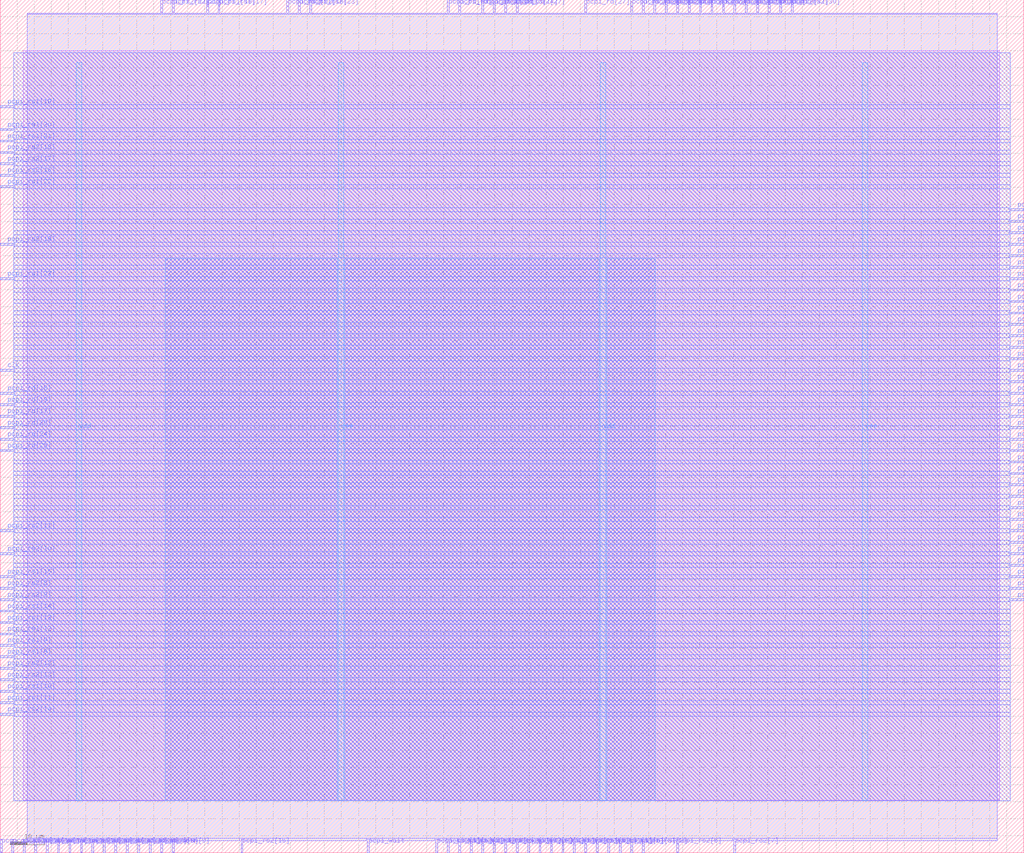
<source format=lef>
VERSION 5.7 ;
  NOWIREEXTENSIONATPIN ON ;
  DIVIDERCHAR "/" ;
  BUSBITCHARS "[]" ;
MACRO pcpi_approx_mul
  CLASS BLOCK ;
  FOREIGN pcpi_approx_mul ;
  ORIGIN 0.000 0.000 ;
  SIZE 300.000 BY 250.000 ;
  PIN clk
    DIRECTION INPUT ;
    USE SIGNAL ;
    ANTENNAGATEAREA 4.738000 ;
    ANTENNADIFFAREA 0.410400 ;
    PORT
      LAYER Metal3 ;
        RECT 0.000 141.120 4.000 141.680 ;
    END
  END clk
  PIN pcpi_insn[0]
    DIRECTION INPUT ;
    USE SIGNAL ;
    ANTENNAGATEAREA 0.741000 ;
    ANTENNADIFFAREA 0.410400 ;
    PORT
      LAYER Metal3 ;
        RECT 296.000 188.160 300.000 188.720 ;
    END
  END pcpi_insn[0]
  PIN pcpi_insn[10]
    DIRECTION INPUT ;
    USE SIGNAL ;
    PORT
      LAYER Metal2 ;
        RECT 0.000 0.000 0.560 4.000 ;
    END
  END pcpi_insn[10]
  PIN pcpi_insn[11]
    DIRECTION INPUT ;
    USE SIGNAL ;
    PORT
      LAYER Metal2 ;
        RECT 3.360 0.000 3.920 4.000 ;
    END
  END pcpi_insn[11]
  PIN pcpi_insn[12]
    DIRECTION INPUT ;
    USE SIGNAL ;
    ANTENNAGATEAREA 0.741000 ;
    ANTENNADIFFAREA 0.410400 ;
    PORT
      LAYER Metal2 ;
        RECT 141.120 246.000 141.680 250.000 ;
    END
  END pcpi_insn[12]
  PIN pcpi_insn[13]
    DIRECTION INPUT ;
    USE SIGNAL ;
    ANTENNAGATEAREA 0.741000 ;
    ANTENNADIFFAREA 0.410400 ;
    PORT
      LAYER Metal2 ;
        RECT 144.480 246.000 145.040 250.000 ;
    END
  END pcpi_insn[13]
  PIN pcpi_insn[14]
    DIRECTION INPUT ;
    USE SIGNAL ;
    ANTENNAGATEAREA 0.498500 ;
    ANTENNADIFFAREA 0.410400 ;
    PORT
      LAYER Metal2 ;
        RECT 147.840 246.000 148.400 250.000 ;
    END
  END pcpi_insn[14]
  PIN pcpi_insn[15]
    DIRECTION INPUT ;
    USE SIGNAL ;
    PORT
      LAYER Metal2 ;
        RECT 6.720 0.000 7.280 4.000 ;
    END
  END pcpi_insn[15]
  PIN pcpi_insn[16]
    DIRECTION INPUT ;
    USE SIGNAL ;
    PORT
      LAYER Metal2 ;
        RECT 10.080 0.000 10.640 4.000 ;
    END
  END pcpi_insn[16]
  PIN pcpi_insn[17]
    DIRECTION INPUT ;
    USE SIGNAL ;
    PORT
      LAYER Metal2 ;
        RECT 13.440 0.000 14.000 4.000 ;
    END
  END pcpi_insn[17]
  PIN pcpi_insn[18]
    DIRECTION INPUT ;
    USE SIGNAL ;
    PORT
      LAYER Metal2 ;
        RECT 16.800 0.000 17.360 4.000 ;
    END
  END pcpi_insn[18]
  PIN pcpi_insn[19]
    DIRECTION INPUT ;
    USE SIGNAL ;
    PORT
      LAYER Metal2 ;
        RECT 20.160 0.000 20.720 4.000 ;
    END
  END pcpi_insn[19]
  PIN pcpi_insn[1]
    DIRECTION INPUT ;
    USE SIGNAL ;
    ANTENNAGATEAREA 0.741000 ;
    ANTENNADIFFAREA 0.410400 ;
    PORT
      LAYER Metal3 ;
        RECT 296.000 161.280 300.000 161.840 ;
    END
  END pcpi_insn[1]
  PIN pcpi_insn[20]
    DIRECTION INPUT ;
    USE SIGNAL ;
    PORT
      LAYER Metal2 ;
        RECT 23.520 0.000 24.080 4.000 ;
    END
  END pcpi_insn[20]
  PIN pcpi_insn[21]
    DIRECTION INPUT ;
    USE SIGNAL ;
    PORT
      LAYER Metal2 ;
        RECT 26.880 0.000 27.440 4.000 ;
    END
  END pcpi_insn[21]
  PIN pcpi_insn[22]
    DIRECTION INPUT ;
    USE SIGNAL ;
    PORT
      LAYER Metal2 ;
        RECT 30.240 0.000 30.800 4.000 ;
    END
  END pcpi_insn[22]
  PIN pcpi_insn[23]
    DIRECTION INPUT ;
    USE SIGNAL ;
    PORT
      LAYER Metal2 ;
        RECT 33.600 0.000 34.160 4.000 ;
    END
  END pcpi_insn[23]
  PIN pcpi_insn[24]
    DIRECTION INPUT ;
    USE SIGNAL ;
    PORT
      LAYER Metal2 ;
        RECT 36.960 0.000 37.520 4.000 ;
    END
  END pcpi_insn[24]
  PIN pcpi_insn[25]
    DIRECTION INPUT ;
    USE SIGNAL ;
    ANTENNAGATEAREA 0.741000 ;
    ANTENNADIFFAREA 0.410400 ;
    PORT
      LAYER Metal3 ;
        RECT 296.000 178.080 300.000 178.640 ;
    END
  END pcpi_insn[25]
  PIN pcpi_insn[26]
    DIRECTION INPUT ;
    USE SIGNAL ;
    ANTENNAGATEAREA 0.498500 ;
    ANTENNADIFFAREA 0.410400 ;
    PORT
      LAYER Metal3 ;
        RECT 296.000 154.560 300.000 155.120 ;
    END
  END pcpi_insn[26]
  PIN pcpi_insn[27]
    DIRECTION INPUT ;
    USE SIGNAL ;
    ANTENNAGATEAREA 0.741000 ;
    ANTENNADIFFAREA 0.410400 ;
    PORT
      LAYER Metal3 ;
        RECT 296.000 134.400 300.000 134.960 ;
    END
  END pcpi_insn[27]
  PIN pcpi_insn[28]
    DIRECTION INPUT ;
    USE SIGNAL ;
    ANTENNAGATEAREA 0.498500 ;
    ANTENNADIFFAREA 0.410400 ;
    PORT
      LAYER Metal3 ;
        RECT 296.000 151.200 300.000 151.760 ;
    END
  END pcpi_insn[28]
  PIN pcpi_insn[29]
    DIRECTION INPUT ;
    USE SIGNAL ;
    ANTENNAGATEAREA 0.741000 ;
    ANTENNADIFFAREA 0.410400 ;
    PORT
      LAYER Metal3 ;
        RECT 296.000 137.760 300.000 138.320 ;
    END
  END pcpi_insn[29]
  PIN pcpi_insn[2]
    DIRECTION INPUT ;
    USE SIGNAL ;
    ANTENNAGATEAREA 0.741000 ;
    ANTENNADIFFAREA 0.410400 ;
    PORT
      LAYER Metal3 ;
        RECT 296.000 181.440 300.000 182.000 ;
    END
  END pcpi_insn[2]
  PIN pcpi_insn[30]
    DIRECTION INPUT ;
    USE SIGNAL ;
    ANTENNAGATEAREA 0.741000 ;
    ANTENNADIFFAREA 0.410400 ;
    PORT
      LAYER Metal3 ;
        RECT 296.000 164.640 300.000 165.200 ;
    END
  END pcpi_insn[30]
  PIN pcpi_insn[31]
    DIRECTION INPUT ;
    USE SIGNAL ;
    ANTENNAGATEAREA 0.741000 ;
    ANTENNADIFFAREA 0.410400 ;
    PORT
      LAYER Metal3 ;
        RECT 296.000 147.840 300.000 148.400 ;
    END
  END pcpi_insn[31]
  PIN pcpi_insn[3]
    DIRECTION INPUT ;
    USE SIGNAL ;
    ANTENNAGATEAREA 0.741000 ;
    ANTENNADIFFAREA 0.410400 ;
    PORT
      LAYER Metal3 ;
        RECT 296.000 168.000 300.000 168.560 ;
    END
  END pcpi_insn[3]
  PIN pcpi_insn[4]
    DIRECTION INPUT ;
    USE SIGNAL ;
    ANTENNAGATEAREA 0.741000 ;
    ANTENNADIFFAREA 0.410400 ;
    PORT
      LAYER Metal3 ;
        RECT 296.000 174.720 300.000 175.280 ;
    END
  END pcpi_insn[4]
  PIN pcpi_insn[5]
    DIRECTION INPUT ;
    USE SIGNAL ;
    ANTENNAGATEAREA 0.741000 ;
    ANTENNADIFFAREA 0.410400 ;
    PORT
      LAYER Metal3 ;
        RECT 296.000 171.360 300.000 171.920 ;
    END
  END pcpi_insn[5]
  PIN pcpi_insn[6]
    DIRECTION INPUT ;
    USE SIGNAL ;
    ANTENNAGATEAREA 0.741000 ;
    ANTENNADIFFAREA 0.410400 ;
    PORT
      LAYER Metal3 ;
        RECT 296.000 184.800 300.000 185.360 ;
    END
  END pcpi_insn[6]
  PIN pcpi_insn[7]
    DIRECTION INPUT ;
    USE SIGNAL ;
    PORT
      LAYER Metal2 ;
        RECT 40.320 0.000 40.880 4.000 ;
    END
  END pcpi_insn[7]
  PIN pcpi_insn[8]
    DIRECTION INPUT ;
    USE SIGNAL ;
    PORT
      LAYER Metal2 ;
        RECT 43.680 0.000 44.240 4.000 ;
    END
  END pcpi_insn[8]
  PIN pcpi_insn[9]
    DIRECTION INPUT ;
    USE SIGNAL ;
    PORT
      LAYER Metal2 ;
        RECT 47.040 0.000 47.600 4.000 ;
    END
  END pcpi_insn[9]
  PIN pcpi_rd[0]
    DIRECTION OUTPUT TRISTATE ;
    USE SIGNAL ;
    ANTENNADIFFAREA 4.731200 ;
    PORT
      LAYER Metal3 ;
        RECT 296.000 73.920 300.000 74.480 ;
    END
  END pcpi_rd[0]
  PIN pcpi_rd[10]
    DIRECTION OUTPUT TRISTATE ;
    USE SIGNAL ;
    ANTENNADIFFAREA 4.731200 ;
    PORT
      LAYER Metal3 ;
        RECT 296.000 80.640 300.000 81.200 ;
    END
  END pcpi_rd[10]
  PIN pcpi_rd[11]
    DIRECTION OUTPUT TRISTATE ;
    USE SIGNAL ;
    ANTENNADIFFAREA 4.731200 ;
    PORT
      LAYER Metal3 ;
        RECT 296.000 104.160 300.000 104.720 ;
    END
  END pcpi_rd[11]
  PIN pcpi_rd[12]
    DIRECTION OUTPUT TRISTATE ;
    USE SIGNAL ;
    ANTENNADIFFAREA 4.731200 ;
    PORT
      LAYER Metal3 ;
        RECT 296.000 127.680 300.000 128.240 ;
    END
  END pcpi_rd[12]
  PIN pcpi_rd[13]
    DIRECTION OUTPUT TRISTATE ;
    USE SIGNAL ;
    ANTENNADIFFAREA 4.731200 ;
    PORT
      LAYER Metal3 ;
        RECT 296.000 110.880 300.000 111.440 ;
    END
  END pcpi_rd[13]
  PIN pcpi_rd[14]
    DIRECTION OUTPUT TRISTATE ;
    USE SIGNAL ;
    ANTENNADIFFAREA 4.731200 ;
    PORT
      LAYER Metal3 ;
        RECT 296.000 107.520 300.000 108.080 ;
    END
  END pcpi_rd[14]
  PIN pcpi_rd[15]
    DIRECTION OUTPUT TRISTATE ;
    USE SIGNAL ;
    ANTENNADIFFAREA 4.731200 ;
    PORT
      LAYER Metal2 ;
        RECT 168.000 0.000 168.560 4.000 ;
    END
  END pcpi_rd[15]
  PIN pcpi_rd[16]
    DIRECTION OUTPUT TRISTATE ;
    USE SIGNAL ;
    ANTENNADIFFAREA 4.731200 ;
    PORT
      LAYER Metal2 ;
        RECT 141.120 0.000 141.680 4.000 ;
    END
  END pcpi_rd[16]
  PIN pcpi_rd[17]
    DIRECTION OUTPUT TRISTATE ;
    USE SIGNAL ;
    ANTENNADIFFAREA 4.731200 ;
    PORT
      LAYER Metal3 ;
        RECT 0.000 127.680 4.000 128.240 ;
    END
  END pcpi_rd[17]
  PIN pcpi_rd[18]
    DIRECTION OUTPUT TRISTATE ;
    USE SIGNAL ;
    ANTENNADIFFAREA 4.731200 ;
    PORT
      LAYER Metal3 ;
        RECT 0.000 134.400 4.000 134.960 ;
    END
  END pcpi_rd[18]
  PIN pcpi_rd[19]
    DIRECTION OUTPUT TRISTATE ;
    USE SIGNAL ;
    ANTENNADIFFAREA 4.731200 ;
    PORT
      LAYER Metal3 ;
        RECT 0.000 131.040 4.000 131.600 ;
    END
  END pcpi_rd[19]
  PIN pcpi_rd[1]
    DIRECTION OUTPUT TRISTATE ;
    USE SIGNAL ;
    ANTENNADIFFAREA 4.731200 ;
    PORT
      LAYER Metal3 ;
        RECT 296.000 84.000 300.000 84.560 ;
    END
  END pcpi_rd[1]
  PIN pcpi_rd[20]
    DIRECTION OUTPUT TRISTATE ;
    USE SIGNAL ;
    ANTENNADIFFAREA 4.731200 ;
    PORT
      LAYER Metal3 ;
        RECT 0.000 124.320 4.000 124.880 ;
    END
  END pcpi_rd[20]
  PIN pcpi_rd[21]
    DIRECTION OUTPUT TRISTATE ;
    USE SIGNAL ;
    ANTENNADIFFAREA 4.731200 ;
    PORT
      LAYER Metal2 ;
        RECT 137.760 0.000 138.320 4.000 ;
    END
  END pcpi_rd[21]
  PIN pcpi_rd[22]
    DIRECTION OUTPUT TRISTATE ;
    USE SIGNAL ;
    ANTENNADIFFAREA 4.731200 ;
    PORT
      LAYER Metal2 ;
        RECT 134.400 246.000 134.960 250.000 ;
    END
  END pcpi_rd[22]
  PIN pcpi_rd[23]
    DIRECTION OUTPUT TRISTATE ;
    USE SIGNAL ;
    ANTENNADIFFAREA 4.731200 ;
    PORT
      LAYER Metal2 ;
        RECT 131.040 246.000 131.600 250.000 ;
    END
  END pcpi_rd[23]
  PIN pcpi_rd[24]
    DIRECTION OUTPUT TRISTATE ;
    USE SIGNAL ;
    ANTENNADIFFAREA 4.731200 ;
    PORT
      LAYER Metal3 ;
        RECT 0.000 120.960 4.000 121.520 ;
    END
  END pcpi_rd[24]
  PIN pcpi_rd[25]
    DIRECTION OUTPUT TRISTATE ;
    USE SIGNAL ;
    ANTENNADIFFAREA 4.731200 ;
    PORT
      LAYER Metal3 ;
        RECT 0.000 117.600 4.000 118.160 ;
    END
  END pcpi_rd[25]
  PIN pcpi_rd[26]
    DIRECTION OUTPUT TRISTATE ;
    USE SIGNAL ;
    ANTENNADIFFAREA 4.731200 ;
    PORT
      LAYER Metal3 ;
        RECT 296.000 141.120 300.000 141.680 ;
    END
  END pcpi_rd[26]
  PIN pcpi_rd[27]
    DIRECTION OUTPUT TRISTATE ;
    USE SIGNAL ;
    ANTENNADIFFAREA 4.731200 ;
    PORT
      LAYER Metal2 ;
        RECT 171.360 246.000 171.920 250.000 ;
    END
  END pcpi_rd[27]
  PIN pcpi_rd[28]
    DIRECTION OUTPUT TRISTATE ;
    USE SIGNAL ;
    ANTENNADIFFAREA 4.731200 ;
    PORT
      LAYER Metal3 ;
        RECT 296.000 144.480 300.000 145.040 ;
    END
  END pcpi_rd[28]
  PIN pcpi_rd[29]
    DIRECTION OUTPUT TRISTATE ;
    USE SIGNAL ;
    ANTENNADIFFAREA 4.731200 ;
    PORT
      LAYER Metal3 ;
        RECT 296.000 124.320 300.000 124.880 ;
    END
  END pcpi_rd[29]
  PIN pcpi_rd[2]
    DIRECTION OUTPUT TRISTATE ;
    USE SIGNAL ;
    ANTENNADIFFAREA 4.731200 ;
    PORT
      LAYER Metal3 ;
        RECT 296.000 87.360 300.000 87.920 ;
    END
  END pcpi_rd[2]
  PIN pcpi_rd[30]
    DIRECTION OUTPUT TRISTATE ;
    USE SIGNAL ;
    ANTENNADIFFAREA 4.731200 ;
    PORT
      LAYER Metal3 ;
        RECT 296.000 120.960 300.000 121.520 ;
    END
  END pcpi_rd[30]
  PIN pcpi_rd[31]
    DIRECTION OUTPUT TRISTATE ;
    USE SIGNAL ;
    ANTENNADIFFAREA 4.731200 ;
    PORT
      LAYER Metal3 ;
        RECT 296.000 97.440 300.000 98.000 ;
    END
  END pcpi_rd[31]
  PIN pcpi_rd[3]
    DIRECTION OUTPUT TRISTATE ;
    USE SIGNAL ;
    ANTENNADIFFAREA 4.731200 ;
    PORT
      LAYER Metal3 ;
        RECT 296.000 100.800 300.000 101.360 ;
    END
  END pcpi_rd[3]
  PIN pcpi_rd[4]
    DIRECTION OUTPUT TRISTATE ;
    USE SIGNAL ;
    ANTENNADIFFAREA 4.731200 ;
    PORT
      LAYER Metal3 ;
        RECT 296.000 90.720 300.000 91.280 ;
    END
  END pcpi_rd[4]
  PIN pcpi_rd[5]
    DIRECTION OUTPUT TRISTATE ;
    USE SIGNAL ;
    ANTENNADIFFAREA 4.731200 ;
    PORT
      LAYER Metal2 ;
        RECT 174.720 0.000 175.280 4.000 ;
    END
  END pcpi_rd[5]
  PIN pcpi_rd[6]
    DIRECTION OUTPUT TRISTATE ;
    USE SIGNAL ;
    ANTENNADIFFAREA 4.731200 ;
    PORT
      LAYER Metal2 ;
        RECT 144.480 0.000 145.040 4.000 ;
    END
  END pcpi_rd[6]
  PIN pcpi_rd[7]
    DIRECTION OUTPUT TRISTATE ;
    USE SIGNAL ;
    ANTENNADIFFAREA 4.731200 ;
    PORT
      LAYER Metal3 ;
        RECT 296.000 94.080 300.000 94.640 ;
    END
  END pcpi_rd[7]
  PIN pcpi_rd[8]
    DIRECTION OUTPUT TRISTATE ;
    USE SIGNAL ;
    ANTENNADIFFAREA 4.731200 ;
    PORT
      LAYER Metal3 ;
        RECT 296.000 114.240 300.000 114.800 ;
    END
  END pcpi_rd[8]
  PIN pcpi_rd[9]
    DIRECTION OUTPUT TRISTATE ;
    USE SIGNAL ;
    ANTENNADIFFAREA 4.731200 ;
    PORT
      LAYER Metal3 ;
        RECT 296.000 77.280 300.000 77.840 ;
    END
  END pcpi_rd[9]
  PIN pcpi_ready
    DIRECTION OUTPUT TRISTATE ;
    USE SIGNAL ;
    ANTENNADIFFAREA 4.731200 ;
    PORT
      LAYER Metal3 ;
        RECT 296.000 117.600 300.000 118.160 ;
    END
  END pcpi_ready
  PIN pcpi_rs1[0]
    DIRECTION INPUT ;
    USE SIGNAL ;
    ANTENNAGATEAREA 0.741000 ;
    ANTENNADIFFAREA 0.410400 ;
    PORT
      LAYER Metal2 ;
        RECT 171.360 0.000 171.920 4.000 ;
    END
  END pcpi_rs1[0]
  PIN pcpi_rs1[10]
    DIRECTION INPUT ;
    USE SIGNAL ;
    ANTENNAGATEAREA 0.741000 ;
    ANTENNADIFFAREA 0.410400 ;
    PORT
      LAYER Metal3 ;
        RECT 0.000 47.040 4.000 47.600 ;
    END
  END pcpi_rs1[10]
  PIN pcpi_rs1[11]
    DIRECTION INPUT ;
    USE SIGNAL ;
    ANTENNAGATEAREA 0.498500 ;
    ANTENNADIFFAREA 0.410400 ;
    PORT
      LAYER Metal3 ;
        RECT 0.000 43.680 4.000 44.240 ;
    END
  END pcpi_rs1[11]
  PIN pcpi_rs1[12]
    DIRECTION INPUT ;
    USE SIGNAL ;
    ANTENNAGATEAREA 0.498500 ;
    ANTENNADIFFAREA 0.410400 ;
    PORT
      LAYER Metal3 ;
        RECT 0.000 63.840 4.000 64.400 ;
    END
  END pcpi_rs1[12]
  PIN pcpi_rs1[13]
    DIRECTION INPUT ;
    USE SIGNAL ;
    ANTENNAGATEAREA 0.741000 ;
    ANTENNADIFFAREA 0.410400 ;
    PORT
      LAYER Metal3 ;
        RECT 0.000 67.200 4.000 67.760 ;
    END
  END pcpi_rs1[13]
  PIN pcpi_rs1[14]
    DIRECTION INPUT ;
    USE SIGNAL ;
    ANTENNAGATEAREA 0.741000 ;
    ANTENNADIFFAREA 0.410400 ;
    PORT
      LAYER Metal3 ;
        RECT 0.000 70.560 4.000 71.120 ;
    END
  END pcpi_rs1[14]
  PIN pcpi_rs1[15]
    DIRECTION INPUT ;
    USE SIGNAL ;
    ANTENNAGATEAREA 0.741000 ;
    ANTENNADIFFAREA 0.410400 ;
    PORT
      LAYER Metal3 ;
        RECT 0.000 80.640 4.000 81.200 ;
    END
  END pcpi_rs1[15]
  PIN pcpi_rs1[16]
    DIRECTION INPUT ;
    USE SIGNAL ;
    ANTENNAGATEAREA 0.498500 ;
    ANTENNADIFFAREA 0.410400 ;
    PORT
      LAYER Metal2 ;
        RECT 87.360 246.000 87.920 250.000 ;
    END
  END pcpi_rs1[16]
  PIN pcpi_rs1[17]
    DIRECTION INPUT ;
    USE SIGNAL ;
    ANTENNAGATEAREA 0.741000 ;
    ANTENNADIFFAREA 0.410400 ;
    PORT
      LAYER Metal2 ;
        RECT 63.840 246.000 64.400 250.000 ;
    END
  END pcpi_rs1[17]
  PIN pcpi_rs1[18]
    DIRECTION INPUT ;
    USE SIGNAL ;
    ANTENNAGATEAREA 0.498500 ;
    ANTENNADIFFAREA 0.410400 ;
    PORT
      LAYER Metal2 ;
        RECT 60.480 246.000 61.040 250.000 ;
    END
  END pcpi_rs1[18]
  PIN pcpi_rs1[19]
    DIRECTION INPUT ;
    USE SIGNAL ;
    ANTENNAGATEAREA 0.741000 ;
    ANTENNADIFFAREA 0.410400 ;
    PORT
      LAYER Metal3 ;
        RECT 0.000 218.400 4.000 218.960 ;
    END
  END pcpi_rs1[19]
  PIN pcpi_rs1[1]
    DIRECTION INPUT ;
    USE SIGNAL ;
    ANTENNAGATEAREA 0.498500 ;
    ANTENNADIFFAREA 0.410400 ;
    PORT
      LAYER Metal2 ;
        RECT 178.080 0.000 178.640 4.000 ;
    END
  END pcpi_rs1[1]
  PIN pcpi_rs1[20]
    DIRECTION INPUT ;
    USE SIGNAL ;
    ANTENNAGATEAREA 0.741000 ;
    ANTENNADIFFAREA 0.410400 ;
    PORT
      LAYER Metal3 ;
        RECT 0.000 211.680 4.000 212.240 ;
    END
  END pcpi_rs1[20]
  PIN pcpi_rs1[21]
    DIRECTION INPUT ;
    USE SIGNAL ;
    ANTENNAGATEAREA 0.741000 ;
    ANTENNADIFFAREA 0.410400 ;
    PORT
      LAYER Metal3 ;
        RECT 0.000 208.320 4.000 208.880 ;
    END
  END pcpi_rs1[21]
  PIN pcpi_rs1[22]
    DIRECTION INPUT ;
    USE SIGNAL ;
    ANTENNAGATEAREA 0.726000 ;
    ANTENNADIFFAREA 0.410400 ;
    PORT
      LAYER Metal3 ;
        RECT 0.000 194.880 4.000 195.440 ;
    END
  END pcpi_rs1[22]
  PIN pcpi_rs1[23]
    DIRECTION INPUT ;
    USE SIGNAL ;
    ANTENNAGATEAREA 0.741000 ;
    ANTENNADIFFAREA 0.410400 ;
    PORT
      LAYER Metal3 ;
        RECT 0.000 168.000 4.000 168.560 ;
    END
  END pcpi_rs1[23]
  PIN pcpi_rs1[24]
    DIRECTION INPUT ;
    USE SIGNAL ;
    ANTENNAGATEAREA 0.498500 ;
    ANTENNADIFFAREA 0.410400 ;
    PORT
      LAYER Metal2 ;
        RECT 221.760 246.000 222.320 250.000 ;
    END
  END pcpi_rs1[24]
  PIN pcpi_rs1[25]
    DIRECTION INPUT ;
    USE SIGNAL ;
    ANTENNAGATEAREA 1.102000 ;
    ANTENNADIFFAREA 0.410400 ;
    PORT
      LAYER Metal2 ;
        RECT 225.120 246.000 225.680 250.000 ;
    END
  END pcpi_rs1[25]
  PIN pcpi_rs1[26]
    DIRECTION INPUT ;
    USE SIGNAL ;
    ANTENNAGATEAREA 0.726000 ;
    ANTENNADIFFAREA 0.410400 ;
    PORT
      LAYER Metal2 ;
        RECT 215.040 246.000 215.600 250.000 ;
    END
  END pcpi_rs1[26]
  PIN pcpi_rs1[27]
    DIRECTION INPUT ;
    USE SIGNAL ;
    ANTENNAGATEAREA 0.741000 ;
    ANTENNADIFFAREA 0.410400 ;
    PORT
      LAYER Metal2 ;
        RECT 208.320 246.000 208.880 250.000 ;
    END
  END pcpi_rs1[27]
  PIN pcpi_rs1[28]
    DIRECTION INPUT ;
    USE SIGNAL ;
    ANTENNAGATEAREA 0.498500 ;
    ANTENNADIFFAREA 0.410400 ;
    PORT
      LAYER Metal2 ;
        RECT 184.800 246.000 185.360 250.000 ;
    END
  END pcpi_rs1[28]
  PIN pcpi_rs1[29]
    DIRECTION INPUT ;
    USE SIGNAL ;
    ANTENNAGATEAREA 0.741000 ;
    ANTENNADIFFAREA 0.410400 ;
    PORT
      LAYER Metal2 ;
        RECT 198.240 246.000 198.800 250.000 ;
    END
  END pcpi_rs1[29]
  PIN pcpi_rs1[2]
    DIRECTION INPUT ;
    USE SIGNAL ;
    ANTENNAGATEAREA 0.741000 ;
    ANTENNADIFFAREA 0.410400 ;
    PORT
      LAYER Metal2 ;
        RECT 188.160 0.000 188.720 4.000 ;
    END
  END pcpi_rs1[2]
  PIN pcpi_rs1[30]
    DIRECTION INPUT ;
    USE SIGNAL ;
    ANTENNAGATEAREA 0.498500 ;
    ANTENNADIFFAREA 0.410400 ;
    PORT
      LAYER Metal2 ;
        RECT 218.400 246.000 218.960 250.000 ;
    END
  END pcpi_rs1[30]
  PIN pcpi_rs1[31]
    DIRECTION INPUT ;
    USE SIGNAL ;
    ANTENNAGATEAREA 0.741000 ;
    ANTENNADIFFAREA 0.410400 ;
    PORT
      LAYER Metal2 ;
        RECT 201.600 246.000 202.160 250.000 ;
    END
  END pcpi_rs1[31]
  PIN pcpi_rs1[3]
    DIRECTION INPUT ;
    USE SIGNAL ;
    ANTENNAGATEAREA 0.498500 ;
    ANTENNADIFFAREA 0.410400 ;
    PORT
      LAYER Metal2 ;
        RECT 184.800 0.000 185.360 4.000 ;
    END
  END pcpi_rs1[3]
  PIN pcpi_rs1[4]
    DIRECTION INPUT ;
    USE SIGNAL ;
    ANTENNAGATEAREA 0.741000 ;
    ANTENNADIFFAREA 0.410400 ;
    PORT
      LAYER Metal2 ;
        RECT 151.200 0.000 151.760 4.000 ;
    END
  END pcpi_rs1[4]
  PIN pcpi_rs1[5]
    DIRECTION INPUT ;
    USE SIGNAL ;
    ANTENNAGATEAREA 0.741000 ;
    ANTENNADIFFAREA 0.410400 ;
    PORT
      LAYER Metal2 ;
        RECT 131.040 0.000 131.600 4.000 ;
    END
  END pcpi_rs1[5]
  PIN pcpi_rs1[6]
    DIRECTION INPUT ;
    USE SIGNAL ;
    ANTENNAGATEAREA 0.498500 ;
    ANTENNADIFFAREA 0.410400 ;
    PORT
      LAYER Metal2 ;
        RECT 181.440 0.000 182.000 4.000 ;
    END
  END pcpi_rs1[6]
  PIN pcpi_rs1[7]
    DIRECTION INPUT ;
    USE SIGNAL ;
    ANTENNAGATEAREA 0.741000 ;
    ANTENNADIFFAREA 0.410400 ;
    PORT
      LAYER Metal2 ;
        RECT 164.640 0.000 165.200 4.000 ;
    END
  END pcpi_rs1[7]
  PIN pcpi_rs1[8]
    DIRECTION INPUT ;
    USE SIGNAL ;
    ANTENNAGATEAREA 0.741000 ;
    ANTENNADIFFAREA 0.410400 ;
    PORT
      LAYER Metal3 ;
        RECT 0.000 57.120 4.000 57.680 ;
    END
  END pcpi_rs1[8]
  PIN pcpi_rs1[9]
    DIRECTION INPUT ;
    USE SIGNAL ;
    ANTENNAGATEAREA 0.498500 ;
    ANTENNADIFFAREA 0.410400 ;
    PORT
      LAYER Metal3 ;
        RECT 0.000 60.480 4.000 61.040 ;
    END
  END pcpi_rs1[9]
  PIN pcpi_rs2[0]
    DIRECTION INPUT ;
    USE SIGNAL ;
    ANTENNAGATEAREA 0.741000 ;
    ANTENNADIFFAREA 0.410400 ;
    PORT
      LAYER Metal2 ;
        RECT 154.560 0.000 155.120 4.000 ;
    END
  END pcpi_rs2[0]
  PIN pcpi_rs2[10]
    DIRECTION INPUT ;
    USE SIGNAL ;
    ANTENNAGATEAREA 0.498500 ;
    ANTENNADIFFAREA 0.410400 ;
    PORT
      LAYER Metal3 ;
        RECT 0.000 87.360 4.000 87.920 ;
    END
  END pcpi_rs2[10]
  PIN pcpi_rs2[11]
    DIRECTION INPUT ;
    USE SIGNAL ;
    ANTENNAGATEAREA 0.741000 ;
    ANTENNADIFFAREA 0.410400 ;
    PORT
      LAYER Metal3 ;
        RECT 0.000 94.080 4.000 94.640 ;
    END
  END pcpi_rs2[11]
  PIN pcpi_rs2[12]
    DIRECTION INPUT ;
    USE SIGNAL ;
    ANTENNAGATEAREA 0.741000 ;
    ANTENNADIFFAREA 0.410400 ;
    PORT
      LAYER Metal3 ;
        RECT 0.000 53.760 4.000 54.320 ;
    END
  END pcpi_rs2[12]
  PIN pcpi_rs2[13]
    DIRECTION INPUT ;
    USE SIGNAL ;
    ANTENNAGATEAREA 0.741000 ;
    ANTENNADIFFAREA 0.410400 ;
    PORT
      LAYER Metal3 ;
        RECT 0.000 50.400 4.000 50.960 ;
    END
  END pcpi_rs2[13]
  PIN pcpi_rs2[14]
    DIRECTION INPUT ;
    USE SIGNAL ;
    ANTENNAGATEAREA 0.741000 ;
    ANTENNADIFFAREA 0.410400 ;
    PORT
      LAYER Metal3 ;
        RECT 0.000 40.320 4.000 40.880 ;
    END
  END pcpi_rs2[14]
  PIN pcpi_rs2[15]
    DIRECTION INPUT ;
    USE SIGNAL ;
    ANTENNAGATEAREA 0.498500 ;
    ANTENNADIFFAREA 0.410400 ;
    PORT
      LAYER Metal2 ;
        RECT 70.560 0.000 71.120 4.000 ;
    END
  END pcpi_rs2[15]
  PIN pcpi_rs2[16]
    DIRECTION INPUT ;
    USE SIGNAL ;
    ANTENNAGATEAREA 0.741000 ;
    ANTENNADIFFAREA 0.410400 ;
    PORT
      LAYER Metal3 ;
        RECT 0.000 198.240 4.000 198.800 ;
    END
  END pcpi_rs2[16]
  PIN pcpi_rs2[17]
    DIRECTION INPUT ;
    USE SIGNAL ;
    ANTENNAGATEAREA 0.741000 ;
    ANTENNADIFFAREA 0.410400 ;
    PORT
      LAYER Metal3 ;
        RECT 0.000 201.600 4.000 202.160 ;
    END
  END pcpi_rs2[17]
  PIN pcpi_rs2[18]
    DIRECTION INPUT ;
    USE SIGNAL ;
    ANTENNAGATEAREA 0.741000 ;
    ANTENNADIFFAREA 0.410400 ;
    PORT
      LAYER Metal3 ;
        RECT 0.000 204.960 4.000 205.520 ;
    END
  END pcpi_rs2[18]
  PIN pcpi_rs2[19]
    DIRECTION INPUT ;
    USE SIGNAL ;
    ANTENNAGATEAREA 0.741000 ;
    ANTENNADIFFAREA 0.410400 ;
    PORT
      LAYER Metal3 ;
        RECT 0.000 178.080 4.000 178.640 ;
    END
  END pcpi_rs2[19]
  PIN pcpi_rs2[1]
    DIRECTION INPUT ;
    USE SIGNAL ;
    ANTENNAGATEAREA 0.741000 ;
    ANTENNADIFFAREA 0.410400 ;
    PORT
      LAYER Metal2 ;
        RECT 127.680 0.000 128.240 4.000 ;
    END
  END pcpi_rs2[1]
  PIN pcpi_rs2[20]
    DIRECTION INPUT ;
    USE SIGNAL ;
    ANTENNAGATEAREA 0.741000 ;
    ANTENNADIFFAREA 0.410400 ;
    PORT
      LAYER Metal2 ;
        RECT 50.400 246.000 50.960 250.000 ;
    END
  END pcpi_rs2[20]
  PIN pcpi_rs2[21]
    DIRECTION INPUT ;
    USE SIGNAL ;
    ANTENNAGATEAREA 0.741000 ;
    ANTENNADIFFAREA 0.410400 ;
    PORT
      LAYER Metal2 ;
        RECT 47.040 246.000 47.600 250.000 ;
    END
  END pcpi_rs2[21]
  PIN pcpi_rs2[22]
    DIRECTION INPUT ;
    USE SIGNAL ;
    ANTENNAGATEAREA 0.741000 ;
    ANTENNADIFFAREA 0.410400 ;
    PORT
      LAYER Metal2 ;
        RECT 84.000 246.000 84.560 250.000 ;
    END
  END pcpi_rs2[22]
  PIN pcpi_rs2[23]
    DIRECTION INPUT ;
    USE SIGNAL ;
    ANTENNAGATEAREA 0.498500 ;
    ANTENNADIFFAREA 0.410400 ;
    PORT
      LAYER Metal2 ;
        RECT 90.720 246.000 91.280 250.000 ;
    END
  END pcpi_rs2[23]
  PIN pcpi_rs2[24]
    DIRECTION INPUT ;
    USE SIGNAL ;
    ANTENNAGATEAREA 0.741000 ;
    ANTENNADIFFAREA 0.410400 ;
    PORT
      LAYER Metal2 ;
        RECT 194.880 246.000 195.440 250.000 ;
    END
  END pcpi_rs2[24]
  PIN pcpi_rs2[25]
    DIRECTION INPUT ;
    USE SIGNAL ;
    ANTENNAGATEAREA 0.741000 ;
    ANTENNADIFFAREA 0.410400 ;
    PORT
      LAYER Metal2 ;
        RECT 191.520 246.000 192.080 250.000 ;
    END
  END pcpi_rs2[25]
  PIN pcpi_rs2[26]
    DIRECTION INPUT ;
    USE SIGNAL ;
    ANTENNAGATEAREA 0.498500 ;
    ANTENNADIFFAREA 0.410400 ;
    PORT
      LAYER Metal2 ;
        RECT 188.160 246.000 188.720 250.000 ;
    END
  END pcpi_rs2[26]
  PIN pcpi_rs2[27]
    DIRECTION INPUT ;
    USE SIGNAL ;
    ANTENNAGATEAREA 0.741000 ;
    ANTENNADIFFAREA 0.410400 ;
    PORT
      LAYER Metal2 ;
        RECT 151.200 246.000 151.760 250.000 ;
    END
  END pcpi_rs2[27]
  PIN pcpi_rs2[28]
    DIRECTION INPUT ;
    USE SIGNAL ;
    ANTENNAGATEAREA 0.741000 ;
    ANTENNADIFFAREA 0.410400 ;
    PORT
      LAYER Metal2 ;
        RECT 204.960 246.000 205.520 250.000 ;
    END
  END pcpi_rs2[28]
  PIN pcpi_rs2[29]
    DIRECTION INPUT ;
    USE SIGNAL ;
    ANTENNAGATEAREA 0.726000 ;
    ANTENNADIFFAREA 0.410400 ;
    PORT
      LAYER Metal2 ;
        RECT 211.680 246.000 212.240 250.000 ;
    END
  END pcpi_rs2[29]
  PIN pcpi_rs2[2]
    DIRECTION INPUT ;
    USE SIGNAL ;
    ANTENNAGATEAREA 0.498500 ;
    ANTENNADIFFAREA 0.410400 ;
    PORT
      LAYER Metal2 ;
        RECT 134.400 0.000 134.960 4.000 ;
    END
  END pcpi_rs2[2]
  PIN pcpi_rs2[30]
    DIRECTION INPUT ;
    USE SIGNAL ;
    ANTENNAGATEAREA 0.498500 ;
    ANTENNADIFFAREA 0.410400 ;
    PORT
      LAYER Metal2 ;
        RECT 231.840 246.000 232.400 250.000 ;
    END
  END pcpi_rs2[30]
  PIN pcpi_rs2[31]
    DIRECTION INPUT ;
    USE SIGNAL ;
    ANTENNAGATEAREA 0.741000 ;
    ANTENNADIFFAREA 0.410400 ;
    PORT
      LAYER Metal2 ;
        RECT 228.480 246.000 229.040 250.000 ;
    END
  END pcpi_rs2[31]
  PIN pcpi_rs2[3]
    DIRECTION INPUT ;
    USE SIGNAL ;
    ANTENNAGATEAREA 0.741000 ;
    ANTENNADIFFAREA 0.410400 ;
    PORT
      LAYER Metal2 ;
        RECT 147.840 0.000 148.400 4.000 ;
    END
  END pcpi_rs2[3]
  PIN pcpi_rs2[4]
    DIRECTION INPUT ;
    USE SIGNAL ;
    ANTENNAGATEAREA 0.741000 ;
    ANTENNADIFFAREA 0.410400 ;
    PORT
      LAYER Metal2 ;
        RECT 157.920 0.000 158.480 4.000 ;
    END
  END pcpi_rs2[4]
  PIN pcpi_rs2[5]
    DIRECTION INPUT ;
    USE SIGNAL ;
    ANTENNAGATEAREA 0.741000 ;
    ANTENNADIFFAREA 0.410400 ;
    PORT
      LAYER Metal2 ;
        RECT 161.280 0.000 161.840 4.000 ;
    END
  END pcpi_rs2[5]
  PIN pcpi_rs2[6]
    DIRECTION INPUT ;
    USE SIGNAL ;
    ANTENNAGATEAREA 0.741000 ;
    ANTENNADIFFAREA 0.410400 ;
    PORT
      LAYER Metal2 ;
        RECT 198.240 0.000 198.800 4.000 ;
    END
  END pcpi_rs2[6]
  PIN pcpi_rs2[7]
    DIRECTION INPUT ;
    USE SIGNAL ;
    ANTENNAGATEAREA 0.498500 ;
    ANTENNADIFFAREA 0.410400 ;
    PORT
      LAYER Metal2 ;
        RECT 215.040 0.000 215.600 4.000 ;
    END
  END pcpi_rs2[7]
  PIN pcpi_rs2[8]
    DIRECTION INPUT ;
    USE SIGNAL ;
    ANTENNAGATEAREA 0.741000 ;
    ANTENNADIFFAREA 0.410400 ;
    PORT
      LAYER Metal3 ;
        RECT 0.000 77.280 4.000 77.840 ;
    END
  END pcpi_rs2[8]
  PIN pcpi_rs2[9]
    DIRECTION INPUT ;
    USE SIGNAL ;
    ANTENNAGATEAREA 0.498500 ;
    ANTENNADIFFAREA 0.410400 ;
    PORT
      LAYER Metal3 ;
        RECT 0.000 73.920 4.000 74.480 ;
    END
  END pcpi_rs2[9]
  PIN pcpi_valid
    DIRECTION INPUT ;
    USE SIGNAL ;
    ANTENNAGATEAREA 0.741000 ;
    ANTENNADIFFAREA 0.410400 ;
    PORT
      LAYER Metal3 ;
        RECT 296.000 157.920 300.000 158.480 ;
    END
  END pcpi_valid
  PIN pcpi_wait
    DIRECTION OUTPUT TRISTATE ;
    USE SIGNAL ;
    ANTENNADIFFAREA 0.360800 ;
    PORT
      LAYER Metal2 ;
        RECT 107.520 0.000 108.080 4.000 ;
    END
  END pcpi_wait
  PIN pcpi_wr
    DIRECTION OUTPUT TRISTATE ;
    USE SIGNAL ;
    ANTENNADIFFAREA 4.731200 ;
    PORT
      LAYER Metal3 ;
        RECT 296.000 131.040 300.000 131.600 ;
    END
  END pcpi_wr
  PIN resetn
    DIRECTION INPUT ;
    USE SIGNAL ;
    PORT
      LAYER Metal2 ;
        RECT 50.400 0.000 50.960 4.000 ;
    END
  END resetn
  PIN vdd
    DIRECTION INOUT ;
    USE POWER ;
    PORT
      LAYER Metal4 ;
        RECT 22.240 15.380 23.840 231.580 ;
    END
    PORT
      LAYER Metal4 ;
        RECT 175.840 15.380 177.440 231.580 ;
    END
  END vdd
  PIN vss
    DIRECTION INOUT ;
    USE GROUND ;
    PORT
      LAYER Metal4 ;
        RECT 99.040 15.380 100.640 231.580 ;
    END
    PORT
      LAYER Metal4 ;
        RECT 252.640 15.380 254.240 231.580 ;
    END
  END vss
  OBS
      LAYER Metal1 ;
        RECT 6.720 15.380 292.880 235.050 ;
      LAYER Metal2 ;
        RECT 7.980 245.700 46.740 246.000 ;
        RECT 47.900 245.700 50.100 246.000 ;
        RECT 51.260 245.700 60.180 246.000 ;
        RECT 61.340 245.700 63.540 246.000 ;
        RECT 64.700 245.700 83.700 246.000 ;
        RECT 84.860 245.700 87.060 246.000 ;
        RECT 88.220 245.700 90.420 246.000 ;
        RECT 91.580 245.700 130.740 246.000 ;
        RECT 131.900 245.700 134.100 246.000 ;
        RECT 135.260 245.700 140.820 246.000 ;
        RECT 141.980 245.700 144.180 246.000 ;
        RECT 145.340 245.700 147.540 246.000 ;
        RECT 148.700 245.700 150.900 246.000 ;
        RECT 152.060 245.700 171.060 246.000 ;
        RECT 172.220 245.700 184.500 246.000 ;
        RECT 185.660 245.700 187.860 246.000 ;
        RECT 189.020 245.700 191.220 246.000 ;
        RECT 192.380 245.700 194.580 246.000 ;
        RECT 195.740 245.700 197.940 246.000 ;
        RECT 199.100 245.700 201.300 246.000 ;
        RECT 202.460 245.700 204.660 246.000 ;
        RECT 205.820 245.700 208.020 246.000 ;
        RECT 209.180 245.700 211.380 246.000 ;
        RECT 212.540 245.700 214.740 246.000 ;
        RECT 215.900 245.700 218.100 246.000 ;
        RECT 219.260 245.700 221.460 246.000 ;
        RECT 222.620 245.700 224.820 246.000 ;
        RECT 225.980 245.700 228.180 246.000 ;
        RECT 229.340 245.700 231.540 246.000 ;
        RECT 232.700 245.700 292.180 246.000 ;
        RECT 7.980 4.300 292.180 245.700 ;
        RECT 7.980 3.500 9.780 4.300 ;
        RECT 10.940 3.500 13.140 4.300 ;
        RECT 14.300 3.500 16.500 4.300 ;
        RECT 17.660 3.500 19.860 4.300 ;
        RECT 21.020 3.500 23.220 4.300 ;
        RECT 24.380 3.500 26.580 4.300 ;
        RECT 27.740 3.500 29.940 4.300 ;
        RECT 31.100 3.500 33.300 4.300 ;
        RECT 34.460 3.500 36.660 4.300 ;
        RECT 37.820 3.500 40.020 4.300 ;
        RECT 41.180 3.500 43.380 4.300 ;
        RECT 44.540 3.500 46.740 4.300 ;
        RECT 47.900 3.500 50.100 4.300 ;
        RECT 51.260 3.500 70.260 4.300 ;
        RECT 71.420 3.500 107.220 4.300 ;
        RECT 108.380 3.500 127.380 4.300 ;
        RECT 128.540 3.500 130.740 4.300 ;
        RECT 131.900 3.500 134.100 4.300 ;
        RECT 135.260 3.500 137.460 4.300 ;
        RECT 138.620 3.500 140.820 4.300 ;
        RECT 141.980 3.500 144.180 4.300 ;
        RECT 145.340 3.500 147.540 4.300 ;
        RECT 148.700 3.500 150.900 4.300 ;
        RECT 152.060 3.500 154.260 4.300 ;
        RECT 155.420 3.500 157.620 4.300 ;
        RECT 158.780 3.500 160.980 4.300 ;
        RECT 162.140 3.500 164.340 4.300 ;
        RECT 165.500 3.500 167.700 4.300 ;
        RECT 168.860 3.500 171.060 4.300 ;
        RECT 172.220 3.500 174.420 4.300 ;
        RECT 175.580 3.500 177.780 4.300 ;
        RECT 178.940 3.500 181.140 4.300 ;
        RECT 182.300 3.500 184.500 4.300 ;
        RECT 185.660 3.500 187.860 4.300 ;
        RECT 189.020 3.500 197.940 4.300 ;
        RECT 199.100 3.500 214.740 4.300 ;
        RECT 215.900 3.500 292.180 4.300 ;
      LAYER Metal3 ;
        RECT 4.000 219.260 296.000 234.500 ;
        RECT 4.300 218.100 296.000 219.260 ;
        RECT 4.000 212.540 296.000 218.100 ;
        RECT 4.300 211.380 296.000 212.540 ;
        RECT 4.000 209.180 296.000 211.380 ;
        RECT 4.300 208.020 296.000 209.180 ;
        RECT 4.000 205.820 296.000 208.020 ;
        RECT 4.300 204.660 296.000 205.820 ;
        RECT 4.000 202.460 296.000 204.660 ;
        RECT 4.300 201.300 296.000 202.460 ;
        RECT 4.000 199.100 296.000 201.300 ;
        RECT 4.300 197.940 296.000 199.100 ;
        RECT 4.000 195.740 296.000 197.940 ;
        RECT 4.300 194.580 296.000 195.740 ;
        RECT 4.000 189.020 296.000 194.580 ;
        RECT 4.000 187.860 295.700 189.020 ;
        RECT 4.000 185.660 296.000 187.860 ;
        RECT 4.000 184.500 295.700 185.660 ;
        RECT 4.000 182.300 296.000 184.500 ;
        RECT 4.000 181.140 295.700 182.300 ;
        RECT 4.000 178.940 296.000 181.140 ;
        RECT 4.300 177.780 295.700 178.940 ;
        RECT 4.000 175.580 296.000 177.780 ;
        RECT 4.000 174.420 295.700 175.580 ;
        RECT 4.000 172.220 296.000 174.420 ;
        RECT 4.000 171.060 295.700 172.220 ;
        RECT 4.000 168.860 296.000 171.060 ;
        RECT 4.300 167.700 295.700 168.860 ;
        RECT 4.000 165.500 296.000 167.700 ;
        RECT 4.000 164.340 295.700 165.500 ;
        RECT 4.000 162.140 296.000 164.340 ;
        RECT 4.000 160.980 295.700 162.140 ;
        RECT 4.000 158.780 296.000 160.980 ;
        RECT 4.000 157.620 295.700 158.780 ;
        RECT 4.000 155.420 296.000 157.620 ;
        RECT 4.000 154.260 295.700 155.420 ;
        RECT 4.000 152.060 296.000 154.260 ;
        RECT 4.000 150.900 295.700 152.060 ;
        RECT 4.000 148.700 296.000 150.900 ;
        RECT 4.000 147.540 295.700 148.700 ;
        RECT 4.000 145.340 296.000 147.540 ;
        RECT 4.000 144.180 295.700 145.340 ;
        RECT 4.000 141.980 296.000 144.180 ;
        RECT 4.300 140.820 295.700 141.980 ;
        RECT 4.000 138.620 296.000 140.820 ;
        RECT 4.000 137.460 295.700 138.620 ;
        RECT 4.000 135.260 296.000 137.460 ;
        RECT 4.300 134.100 295.700 135.260 ;
        RECT 4.000 131.900 296.000 134.100 ;
        RECT 4.300 130.740 295.700 131.900 ;
        RECT 4.000 128.540 296.000 130.740 ;
        RECT 4.300 127.380 295.700 128.540 ;
        RECT 4.000 125.180 296.000 127.380 ;
        RECT 4.300 124.020 295.700 125.180 ;
        RECT 4.000 121.820 296.000 124.020 ;
        RECT 4.300 120.660 295.700 121.820 ;
        RECT 4.000 118.460 296.000 120.660 ;
        RECT 4.300 117.300 295.700 118.460 ;
        RECT 4.000 115.100 296.000 117.300 ;
        RECT 4.000 113.940 295.700 115.100 ;
        RECT 4.000 111.740 296.000 113.940 ;
        RECT 4.000 110.580 295.700 111.740 ;
        RECT 4.000 108.380 296.000 110.580 ;
        RECT 4.000 107.220 295.700 108.380 ;
        RECT 4.000 105.020 296.000 107.220 ;
        RECT 4.000 103.860 295.700 105.020 ;
        RECT 4.000 101.660 296.000 103.860 ;
        RECT 4.000 100.500 295.700 101.660 ;
        RECT 4.000 98.300 296.000 100.500 ;
        RECT 4.000 97.140 295.700 98.300 ;
        RECT 4.000 94.940 296.000 97.140 ;
        RECT 4.300 93.780 295.700 94.940 ;
        RECT 4.000 91.580 296.000 93.780 ;
        RECT 4.000 90.420 295.700 91.580 ;
        RECT 4.000 88.220 296.000 90.420 ;
        RECT 4.300 87.060 295.700 88.220 ;
        RECT 4.000 84.860 296.000 87.060 ;
        RECT 4.000 83.700 295.700 84.860 ;
        RECT 4.000 81.500 296.000 83.700 ;
        RECT 4.300 80.340 295.700 81.500 ;
        RECT 4.000 78.140 296.000 80.340 ;
        RECT 4.300 76.980 295.700 78.140 ;
        RECT 4.000 74.780 296.000 76.980 ;
        RECT 4.300 73.620 295.700 74.780 ;
        RECT 4.000 71.420 296.000 73.620 ;
        RECT 4.300 70.260 296.000 71.420 ;
        RECT 4.000 68.060 296.000 70.260 ;
        RECT 4.300 66.900 296.000 68.060 ;
        RECT 4.000 64.700 296.000 66.900 ;
        RECT 4.300 63.540 296.000 64.700 ;
        RECT 4.000 61.340 296.000 63.540 ;
        RECT 4.300 60.180 296.000 61.340 ;
        RECT 4.000 57.980 296.000 60.180 ;
        RECT 4.300 56.820 296.000 57.980 ;
        RECT 4.000 54.620 296.000 56.820 ;
        RECT 4.300 53.460 296.000 54.620 ;
        RECT 4.000 51.260 296.000 53.460 ;
        RECT 4.300 50.100 296.000 51.260 ;
        RECT 4.000 47.900 296.000 50.100 ;
        RECT 4.300 46.740 296.000 47.900 ;
        RECT 4.000 44.540 296.000 46.740 ;
        RECT 4.300 43.380 296.000 44.540 ;
        RECT 4.000 41.180 296.000 43.380 ;
        RECT 4.300 40.020 296.000 41.180 ;
        RECT 4.000 15.260 296.000 40.020 ;
      LAYER Metal4 ;
        RECT 48.300 15.210 98.740 174.070 ;
        RECT 100.940 15.210 175.540 174.070 ;
        RECT 177.740 15.210 191.940 174.070 ;
  END
END pcpi_approx_mul
END LIBRARY


</source>
